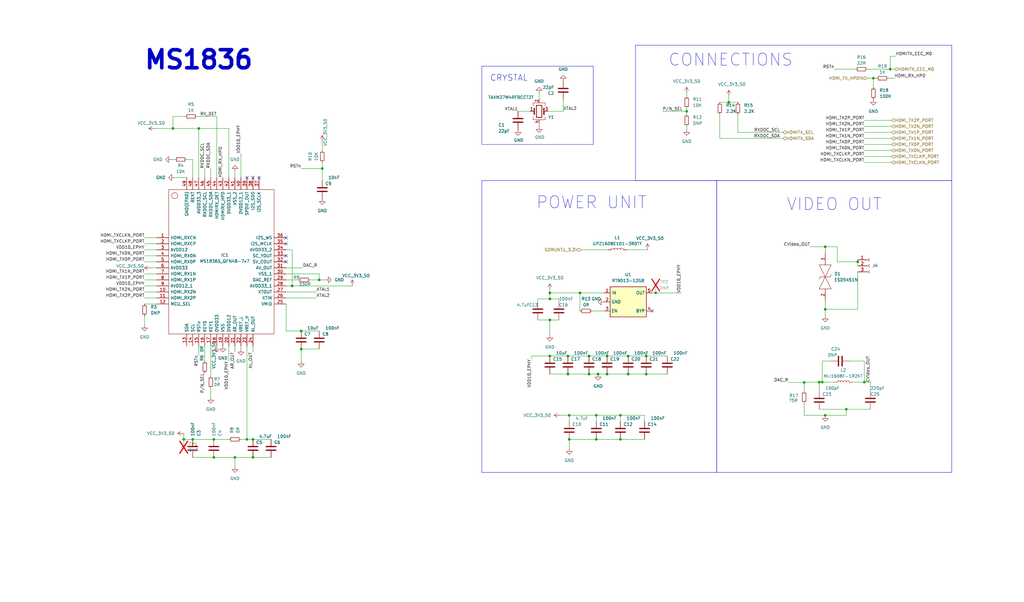
<source format=kicad_sch>
(kicad_sch (version 20231120) (generator "eeschema") (generator_version "8.0")
  (paper "User" 431.8 254)
  (junction (at 356.87 172.72))
  (junction (at 240.03 175.26))
  (junction (at 127 147.32))
  (junction (at 272.5074 157.8837))
  (junction (at 239.4874 150.2637))
  (junction (at 289.56 46.99))
  (junction (at 375.4013 29.21))
  (junction (at 134.62 118.11))
  (junction (at 276.4961 123.5937))
  (junction (at 83.82 54.2063))
  (junction (at 364.49 161.29))
  (junction (at 264.8874 157.8837))
  (junction (at 261.62 175.26))
  (junction (at 339.09 161.4051))
  (junction (at 255.9974 150.2637))
  (junction (at 135.89 71.12))
  (junction (at 248.3774 157.8837))
  (junction (at 272.5074 150.2637))
  (junction (at 251.46 175.26))
  (junction (at 261.62 185.42))
  (junction (at 81.28 185.42))
  (junction (at 251.46 185.42))
  (junction (at 248.3774 150.2637))
  (junction (at 347.98 130.5366))
  (junction (at 361.6962 110.49))
  (junction (at 255.9974 157.8837))
  (junction (at 104.14 185.42))
  (junction (at 240.03 185.42))
  (junction (at 231.8674 126.1337))
  (junction (at 106.68 193.04))
  (junction (at 239.4874 157.8837))
  (junction (at 90.17 193.04))
  (junction (at 231.8674 123.5937))
  (junction (at 347.98 175.26))
  (junction (at 347.98 104.14))
  (junction (at 346.71 161.29))
  (junction (at 99.06 193.04))
  (junction (at 123.19 120.65))
  (junction (at 368.3 33.02))
  (junction (at 231.8674 150.2637))
  (junction (at 77.47 185.42))
  (junction (at 345.44 161.29))
  (junction (at 72.9326 54.2063))
  (junction (at 307.34 43.18))
  (junction (at 231.8674 135.0237))
  (junction (at 244.5674 123.5937))
  (junction (at 106.68 185.42))
  (junction (at 127 139.7))
  (junction (at 90.17 185.42))
  (junction (at 252.1874 157.8837))
  (junction (at 264.8874 150.2637))
  (no_connect (at 120.65 102.87))
  (no_connect (at 109.22 74.93))
  (no_connect (at 275.0474 131.2137))
  (no_connect (at 120.65 100.33))
  (no_connect (at 120.65 110.49))
  (no_connect (at 120.65 107.95))
  (no_connect (at 106.68 74.93))
  (no_connect (at 104.14 74.93))
  (wire (pts (xy 239.4874 157.8837) (xy 248.3774 157.8837)))
  (wire (pts (xy 60.96 123.19) (xy 66.04 123.19)))
  (wire (pts (xy 251.46 185.42) (xy 240.03 185.42)))
  (wire (pts (xy 364.49 63.5) (xy 375.92 63.5)))
  (wire (pts (xy 261.62 175.26) (xy 251.46 175.26)))
  (wire (pts (xy 375.4013 29.21) (xy 377.19 29.21)))
  (wire (pts (xy 239.4874 150.2637) (xy 248.3774 150.2637)))
  (wire (pts (xy 339.09 175.26) (xy 339.09 170.18)))
  (wire (pts (xy 133.35 125.73) (xy 120.65 125.73)))
  (wire (pts (xy 244.5674 123.5937) (xy 244.5674 131.2137)))
  (wire (pts (xy 271.78 177.8) (xy 271.78 175.26)))
  (wire (pts (xy 148.59 120.65) (xy 123.19 120.65)))
  (wire (pts (xy 72.39 67.31) (xy 73.66 67.31)))
  (wire (pts (xy 249.6474 131.2137) (xy 254.7274 131.2137)))
  (wire (pts (xy 289.56 46.99) (xy 289.56 45.72)))
  (wire (pts (xy 137.16 118.11) (xy 134.62 118.11)))
  (wire (pts (xy 130.81 118.11) (xy 134.62 118.11)))
  (wire (pts (xy 106.68 185.42) (xy 104.14 185.42)))
  (wire (pts (xy 226.7874 135.0237) (xy 231.8674 135.0237)))
  (wire (pts (xy 72.9326 49.1263) (xy 72.9326 54.2063)))
  (wire (pts (xy 231.14 46.99) (xy 237.49 46.99)))
  (wire (pts (xy 279.4 46.99) (xy 289.56 46.99)))
  (wire (pts (xy 86.36 152.4) (xy 86.36 146.05)))
  (wire (pts (xy 279.4 123.5971) (xy 279.4 123.5937)))
  (wire (pts (xy 261.62 185.42) (xy 251.46 185.42)))
  (wire (pts (xy 367.03 161.29) (xy 367.03 165.1)))
  (wire (pts (xy 120.65 105.41) (xy 123.19 105.41)))
  (wire (pts (xy 81.28 185.42) (xy 77.47 185.42)))
  (wire (pts (xy 99.06 72.39) (xy 99.06 74.93)))
  (wire (pts (xy 341.63 104.14) (xy 347.98 104.14)))
  (wire (pts (xy 60.96 118.11) (xy 66.04 118.11)))
  (wire (pts (xy 339.09 165.1) (xy 339.09 161.4051)))
  (wire (pts (xy 104.14 185.42) (xy 101.6 185.42)))
  (wire (pts (xy 361.6962 110.49) (xy 361.6962 112.1836)))
  (wire (pts (xy 307.34 43.18) (xy 311.15 43.18)))
  (wire (pts (xy 346.71 152.4) (xy 346.71 161.29)))
  (wire (pts (xy 272.5074 150.2637) (xy 281.3974 150.2637)))
  (wire (pts (xy 127 147.32) (xy 134.62 147.32)))
  (wire (pts (xy 90.17 193.04) (xy 99.06 193.04)))
  (wire (pts (xy 90.17 185.42) (xy 81.28 185.42)))
  (wire (pts (xy 347.98 175.26) (xy 356.87 175.26)))
  (wire (pts (xy 127 152.4) (xy 127 147.32)))
  (wire (pts (xy 226.7874 126.1337) (xy 231.8674 126.1337)))
  (wire (pts (xy 123.19 120.65) (xy 120.65 120.65)))
  (wire (pts (xy 251.46 175.26) (xy 240.03 175.26)))
  (wire (pts (xy 60.96 100.33) (xy 66.04 100.33)))
  (wire (pts (xy 81.28 67.31) (xy 78.74 67.31)))
  (wire (pts (xy 364.49 55.88) (xy 375.92 55.88)))
  (wire (pts (xy 353.06 110.49) (xy 353.06 104.14)))
  (wire (pts (xy 72.9326 54.2063) (xy 83.82 54.2063)))
  (wire (pts (xy 231.8674 126.1337) (xy 235.6774 126.1337)))
  (wire (pts (xy 307.34 40.64) (xy 307.34 43.18)))
  (wire (pts (xy 251.46 177.8) (xy 251.46 175.26)))
  (wire (pts (xy 364.49 68.58) (xy 375.92 68.58)))
  (wire (pts (xy 377.7326 23.7263) (xy 375.4013 23.7263)))
  (wire (pts (xy 60.96 128.27) (xy 66.04 128.27)))
  (wire (pts (xy 60.96 105.41) (xy 66.04 105.41)))
  (wire (pts (xy 235.6774 126.1337) (xy 235.6774 127.4037)))
  (wire (pts (xy 60.96 125.73) (xy 66.04 125.73)))
  (wire (pts (xy 237.49 41.91) (xy 237.49 46.99)))
  (wire (pts (xy 361.6962 114.7236) (xy 361.6962 130.5366)))
  (wire (pts (xy 134.62 115.57) (xy 134.62 118.11)))
  (wire (pts (xy 135.89 76.2) (xy 135.89 71.12)))
  (wire (pts (xy 359.41 161.29) (xy 364.49 161.29)))
  (wire (pts (xy 255.9974 150.2637) (xy 264.8874 150.2637)))
  (wire (pts (xy 106.68 193.04) (xy 114.3 193.04)))
  (wire (pts (xy 60.96 120.65) (xy 66.04 120.65)))
  (wire (pts (xy 86.36 71.12) (xy 86.36 74.93)))
  (wire (pts (xy 244.5674 123.5937) (xy 254.7274 123.5937)))
  (wire (pts (xy 346.71 161.29) (xy 345.44 161.29)))
  (wire (pts (xy 88.9 71.12) (xy 88.9 74.93)))
  (wire (pts (xy 123.19 105.41) (xy 123.19 120.65)))
  (wire (pts (xy 231.8674 157.8837) (xy 239.4874 157.8837)))
  (wire (pts (xy 364.49 152.4) (xy 358.14 152.4)))
  (wire (pts (xy 347.98 127) (xy 347.98 130.5366)))
  (wire (pts (xy 227.33 39.37) (xy 227.33 41.91)))
  (wire (pts (xy 88.9 163.83) (xy 88.9 167.64)))
  (wire (pts (xy 248.3774 157.8837) (xy 252.1874 157.8837)))
  (wire (pts (xy 133.35 123.19) (xy 120.65 123.19)))
  (wire (pts (xy 101.6 64.77) (xy 101.6 74.93)))
  (wire (pts (xy 361.6962 109.6436) (xy 361.6962 110.49)))
  (wire (pts (xy 72.9326 49.1263) (xy 78.0126 49.1263)))
  (wire (pts (xy 264.8874 150.2637) (xy 272.5074 150.2637)))
  (wire (pts (xy 368.3 33.02) (xy 369.57 33.02)))
  (wire (pts (xy 224.2474 151.5337) (xy 224.2474 150.2637)))
  (wire (pts (xy 231.8674 122.3237) (xy 231.8674 123.5937)))
  (wire (pts (xy 356.87 172.72) (xy 356.87 175.26)))
  (wire (pts (xy 226.7874 127.4037) (xy 226.7874 126.1337)))
  (wire (pts (xy 88.9 158.75) (xy 88.9 146.05)))
  (wire (pts (xy 99.06 193.04) (xy 106.68 193.04)))
  (wire (pts (xy 125.73 118.11) (xy 120.65 118.11)))
  (wire (pts (xy 99.06 148.59) (xy 99.06 146.05)))
  (wire (pts (xy 231.8674 123.5937) (xy 244.5674 123.5937)))
  (wire (pts (xy 83.0926 49.1263) (xy 91.44 49.1263)))
  (wire (pts (xy 72.9326 54.2063) (xy 65.3126 54.2063)))
  (wire (pts (xy 236.22 175.26) (xy 240.03 175.26)))
  (wire (pts (xy 364.49 58.42) (xy 375.92 58.42)))
  (wire (pts (xy 353.06 110.49) (xy 361.6962 110.49)))
  (wire (pts (xy 364.49 161.29) (xy 367.03 161.29)))
  (wire (pts (xy 60.96 102.87) (xy 66.04 102.87)))
  (wire (pts (xy 365.76 33.02) (xy 368.3 33.02)))
  (wire (pts (xy 104.14 146.05) (xy 104.14 185.42)))
  (wire (pts (xy 279.4 123.5937) (xy 276.4961 123.5937)))
  (wire (pts (xy 272.5074 157.8837) (xy 281.3974 157.8837)))
  (wire (pts (xy 347.98 130.5366) (xy 347.98 133.35)))
  (wire (pts (xy 303.53 43.18) (xy 307.34 43.18)))
  (wire (pts (xy 127.7092 113.0388) (xy 126.5266 113.0388)))
  (wire (pts (xy 240.03 175.26) (xy 240.03 177.8)))
  (wire (pts (xy 345.44 172.72) (xy 356.87 172.72)))
  (wire (pts (xy 134.62 139.7) (xy 127 139.7)))
  (wire (pts (xy 351.79 161.29) (xy 346.71 161.29)))
  (wire (pts (xy 81.28 67.31) (xy 81.28 74.93)))
  (wire (pts (xy 347.98 104.14) (xy 347.98 106.68)))
  (wire (pts (xy 248.3774 150.2637) (xy 255.9974 150.2637)))
  (wire (pts (xy 60.96 107.95) (xy 66.04 107.95)))
  (wire (pts (xy 60.96 137.16) (xy 60.96 133.35)))
  (wire (pts (xy 303.53 58.42) (xy 330.2 58.42)))
  (wire (pts (xy 245.11 105.41) (xy 256.54 105.41)))
  (wire (pts (xy 96.52 54.2063) (xy 96.52 74.93)))
  (wire (pts (xy 264.8874 157.8837) (xy 272.5074 157.8837)))
  (wire (pts (xy 353.06 104.14) (xy 347.98 104.14)))
  (wire (pts (xy 368.3 36.83) (xy 368.3 33.02)))
  (wire (pts (xy 106.68 148.59) (xy 106.68 146.05)))
  (wire (pts (xy 289.56 54.61) (xy 289.56 53.34)))
  (wire (pts (xy 73.66 74.93) (xy 78.74 74.93)))
  (wire (pts (xy 365.76 29.21) (xy 375.4013 29.21)))
  (wire (pts (xy 83.82 54.2063) (xy 83.82 74.93)))
  (wire (pts (xy 261.62 177.8) (xy 261.62 175.26)))
  (wire (pts (xy 218.44 46.99) (xy 223.52 46.99)))
  (wire (pts (xy 126.5266 113.0388) (xy 126.5266 113.03)))
  (wire (pts (xy 126.5266 113.03) (xy 120.65 113.03)))
  (wire (pts (xy 311.15 55.88) (xy 330.2 55.88)))
  (wire (pts (xy 303.53 48.26) (xy 303.53 58.42)))
  (wire (pts (xy 339.09 161.29) (xy 345.44 161.29)))
  (wire (pts (xy 227.33 53.34) (xy 227.33 52.07)))
  (wire (pts (xy 364.49 152.4) (xy 364.49 161.29)))
  (wire (pts (xy 271.78 175.26) (xy 261.62 175.26)))
  (wire (pts (xy 96.52 185.42) (xy 90.17 185.42)))
  (wire (pts (xy 364.49 53.34) (xy 375.92 53.34)))
  (wire (pts (xy 77.47 185.42) (xy 77.47 182.88)))
  (wire (pts (xy 346.71 152.4) (xy 350.52 152.4)))
  (wire (pts (xy 364.49 60.96) (xy 375.92 60.96)))
  (wire (pts (xy 364.49 66.04) (xy 375.92 66.04)))
  (wire (pts (xy 135.89 71.12) (xy 135.89 68.58)))
  (wire (pts (xy 276.4961 123.5937) (xy 275.0474 123.5937)))
  (wire (pts (xy 120.65 115.57) (xy 134.62 115.57)))
  (wire (pts (xy 347.98 130.5366) (xy 361.6962 130.5366)))
  (wire (pts (xy 311.15 48.26) (xy 311.15 55.88)))
  (wire (pts (xy 339.09 161.4051) (xy 339.09 161.29)))
  (wire (pts (xy 289.56 40.64) (xy 289.56 39.37)))
  (wire (pts (xy 101.6 147.32) (xy 101.6 146.05)))
  (wire (pts (xy 127 71.12) (xy 135.89 71.12)))
  (wire (pts (xy 91.44 49.1263) (xy 91.44 74.93)))
  (wire (pts (xy 81.28 193.04) (xy 90.17 193.04)))
  (wire (pts (xy 99.06 196.85) (xy 99.06 193.04)))
  (wire (pts (xy 231.8674 135.0237) (xy 235.6774 135.0237)))
  (wire (pts (xy 127 139.7) (xy 120.65 139.7)))
  (wire (pts (xy 120.65 139.7) (xy 120.65 128.27)))
  (wire (pts (xy 83.82 54.2063) (xy 96.52 54.2063)))
  (wire (pts (xy 252.1874 157.8837) (xy 255.9974 157.8837)))
  (wire (pts (xy 114.3 185.42) (xy 106.68 185.42)))
  (wire (pts (xy 264.16 105.41) (xy 273.05 105.41)))
  (wire (pts (xy 345.44 161.29) (xy 345.44 165.1)))
  (wire (pts (xy 60.96 110.49) (xy 66.04 110.49)))
  (wire (pts (xy 271.78 185.42) (xy 261.62 185.42)))
  (wire (pts (xy 231.8674 123.5937) (xy 231.8674 126.1337)))
  (wire (pts (xy 374.65 33.02) (xy 377.19 33.02)))
  (wire (pts (xy 83.82 149.86) (xy 83.82 146.05)))
  (wire (pts (xy 255.9974 157.8837) (xy 264.8874 157.8837)))
  (wire (pts (xy 364.49 50.8) (xy 375.92 50.8)))
  (wire (pts (xy 60.96 115.57) (xy 66.04 115.57)))
  (wire (pts (xy 289.56 48.26) (xy 289.56 46.99)))
  (wire (pts (xy 135.89 63.5) (xy 135.89 59.69)))
  (wire (pts (xy 63.5 113.03) (xy 66.04 113.03)))
  (wire (pts (xy 231.8674 135.0237) (xy 231.8674 141.3737)))
  (wire (pts (xy 96.52 152.4) (xy 96.52 146.05)))
  (wire (pts (xy 356.87 172.72) (xy 367.03 172.72)))
  (wire (pts (xy 375.4013 23.7263) (xy 375.4013 29.21)))
  (wire (pts (xy 339.09 175.26) (xy 347.98 175.26)))
  (wire (pts (xy 351.79 29.21) (xy 360.68 29.21)))
  (wire (pts (xy 240.03 185.42) (xy 240.03 189.23)))
  (wire (pts (xy 339.09 161.4051) (xy 332.4248 161.4051)))
  (wire (pts (xy 287.3017 123.5971) (xy 279.4 123.5971)))
  (wire (pts (xy 231.8674 150.2637) (xy 239.4874 150.2637)))
  (wire (pts (xy 224.2474 150.2637) (xy 231.8674 150.2637)))
  (rectangle (start 203.2 76.2) (end 302.26 199.39))
  (rectangle (start 203.2 27.94) (end 250.19 60.96))
  (rectangle (start 267.97 19.05) (end 401.32 76.2))
  (rectangle (start 302.26 76.2) (end 401.32 199.39))
  (text "MS1836" (at 83.82 25.4 0) (effects (font (size 7.62 7.62) (thickness 1.524) (bold yes))))
  (text "VIDEO OUT" (at 351.79 86.36 0) (effects (font (size 5.08 5.08))))
  (text "CONNECTIONS" (at 308.102 25.4 0) (effects (font (size 5.08 5.08))))
  (text "CRYSTAL" (at 214.63 33.02 0) (effects (font (size 2.54 2.54))))
  (text "POWER UNIT" (at 249.428 85.598 0) (effects (font (size 5.08 5.08))))
  (label "CVideo_OUT" (at 367.03 161.29 90))
  (label "P{slash}N_SEL" (at 86.36 157.48 270))
  (label "XTAL1" (at 218.44 46.99 180))
  (label "HDMI_TXCLKP_PORT" (at 364.49 66.04 180))
  (label "HDMI_TXCLKP_PORT" (at 60.96 102.87 180))
  (label "HDMI_TX1P_PORT" (at 60.96 118.11 180))
  (label "RSTn" (at 83.82 149.86 270))
  (label "DAC_R" (at 127.7092 113.0388 0))
  (label "P{slash}N_SEL" (at 279.4 46.99 0))
  (label "RXDDC_SCL" (at 328.93 55.88 180))
  (label "HDMI_TX1P_PORT" (at 364.49 55.88 180))
  (label "VDD10_EPHY" (at 96.52 152.4 270))
  (label "AL_OUT" (at 106.68 148.59 270))
  (label "RSTn" (at 351.79 29.21 180))
  (label "HDMI_TX0P_PORT" (at 60.96 110.49 180))
  (label "HDMITX_CEC_M0" (at 377.7326 23.7263 0))
  (label "VDD10_EPHY" (at 60.96 120.65 180))
  (label "HDMI_TX2N_PORT" (at 364.49 53.34 180))
  (label "VDD10_EPHY" (at 287.3017 123.5971 90))
  (label "CVideo_OUT" (at 341.63 104.14 180))
  (label "HDMI_TX1N_PORT" (at 60.96 115.57 180))
  (label "HDMI_TX1N_PORT" (at 364.49 58.42 180))
  (label "HDMI_TX0N_PORT" (at 60.96 107.95 180))
  (label "HDMI_TX0N_PORT" (at 364.49 63.5 180))
  (label "VDD10_EPHY" (at 224.2474 151.5337 270))
  (label "HDMI_TX2N_PORT" (at 60.96 123.19 180))
  (label "RXDDC_SDA" (at 328.93 58.42 180))
  (label "HDMI_TXCLKN_PORT" (at 60.96 100.33 180))
  (label "RSTn" (at 127 71.12 180))
  (label "RXDDC_SDA" (at 88.9 71.12 90))
  (label "VDD10_EPHY" (at 101.6 64.77 90))
  (label "XTAL2" (at 133.35 125.73 0))
  (label "XTAL1" (at 133.35 123.19 0))
  (label "XTAL2" (at 237.49 46.8363 0))
  (label "HDMI_RX_HPD" (at 377.19 33.02 0))
  (label "DAC_R" (at 332.4248 161.4051 180))
  (label "RX_DET" (at 84.3626 49.1263 0))
  (label "HDMI_RX_HPD" (at 93.98 74.93 90))
  (label "HDMI_TX2P_PORT" (at 60.96 125.73 180))
  (label "AR_OUT" (at 99.06 148.59 270))
  (label "HDMI_TX2P_PORT" (at 364.49 50.8 180))
  (label "HDMI_TXCLKN_PORT" (at 364.49 68.58 180))
  (label "VDD10_EPHY" (at 60.96 105.41 180))
  (label "HDMI_TX0P_PORT" (at 364.49 60.96 180))
  (label "RXDDC_SCL" (at 86.36 71.12 90))
  (hierarchical_label "HDMI_TX0P_PORT" (shape input) (at 375.92 60.96 0))
  (hierarchical_label "HDMITX_CEC_M0" (shape input) (at 377.19 29.21 0))
  (hierarchical_label "HDMI_TX1P_PORT" (shape input) (at 375.92 55.88 0))
  (hierarchical_label "GORUNTU_3.3V" (shape input) (at 245.11 105.41 180))
  (hierarchical_label "HDMI_TXCLKN_PORT" (shape input) (at 375.92 68.58 0))
  (hierarchical_label "HDMITX_SDA" (shape input) (at 330.2 58.42 0))
  (hierarchical_label "HDMI_TX2P_PORT" (shape input) (at 375.92 50.8 0))
  (hierarchical_label "HDMI_TX_HPDIN" (shape input) (at 365.76 33.02 180))
  (hierarchical_label "HDMI_TX1N_PORT" (shape input) (at 375.92 58.42 0))
  (hierarchical_label "HDMI_TX0N_PORT" (shape input) (at 375.92 63.5 0))
  (hierarchical_label "HDMITX_SCL" (shape input) (at 330.2 55.88 0))
  (hierarchical_label "HDMI_TXCLKP_PORT" (shape input) (at 375.92 66.04 0))
  (hierarchical_label "HDMI_TX2N_PORT" (shape input) (at 375.92 53.34 0))
  (symbol (lib_id "power:GND") (at 368.3 41.91 0) (unit 1)
    (property "Reference" "#PWR035" (effects (hide yes)))
    (property "Value" "GND" (at 368.3 46.99 0))
    (property "Description" "Power symbol creates a global label with name \"GND\" , ground" (effects (hide yes)))
    (instances (project "Movita_3566_HXV_Router_V4.0" (path "" (reference "#PWR035") (unit 1))) (project "HDMI_CVBS" (path "" (reference "#PWR087") (unit 1))) (project "HDMI_CVBS" (path "" (reference "#PWR08") (unit 1))))
  )
  (symbol (lib_id "Device:R_Small") (at 368.3 39.37 0) (unit 1)
    (property "Reference" "R18" (at 370.84 38.1 0) (effects (justify left)))
    (property "Value" "100K" (at 370.84 40.64 0) (effects (justify left)))
    (property "Footprint" "Resistor_SMD:R_0603_1608Metric" (effects (hide yes)))
    (property "Description" "Resistor, small symbol" (effects (hide yes)))
    (property "MPN" "0603WAF1003T5E" (effects (hide yes)))
    (instances (project "Movita_3566_HXV_Router_V4.0" (path "" (reference "R18") (unit 1))) (project "HDMI_CVBS" (path "" (reference "R50") (unit 1))) (project "HDMI_CVBS" (path "" (reference "R7") (unit 1))))
  )
  (symbol (lib_id "Device:R_Small") (at 372.11 33.02 270) (unit 1)
    (property "Reference" "R19" (at 372.11 27.94 90))
    (property "Value" "1K" (at 372.11 30.48 90))
    (property "Footprint" "Resistor_SMD:R_0603_1608Metric" (effects (hide yes)))
    (property "Description" "Resistor, small symbol" (effects (hide yes)))
    (property "MPN" "0603WAF1001T5E" (effects (hide yes)))
    (instances (project "Movita_3566_HXV_Router_V4.0" (path "" (reference "R19") (unit 1))) (project "HDMI_CVBS" (path "" (reference "R51") (unit 1))) (project "HDMI_CVBS" (path "" (reference "R6") (unit 1))))
  )
  (symbol (lib_id "Device:C") (at 235.6774 131.2137 0) (unit 1)
    (property "Reference" "C16" (at 235.6774 128.6737 0) (effects (justify left)))
    (property "Value" "100nF" (at 235.6774 126.1337 0) (effects (justify left)))
    (property "Footprint" "Capacitor_SMD:C_0603_1608Metric" (effects (hide yes)))
    (property "Description" "Unpolarized capacitor" (effects (hide yes)))
    (property "MPN" "0603B104K500NT" (effects (hide yes)))
    (instances (project "Movita_3566_HXV_Router_V4.0" (path "" (reference "C16") (unit 1))) (project "HDMI_CVBS" (path "" (reference "C73") (unit 1))) (project "HDMI_CVBS" (path "" (reference "C4") (unit 1))))
  )
  (symbol (lib_id "power:GND") (at 347.98 175.26 0) (unit 1)
    (property "Reference" "#PWR037" (effects (hide yes)))
    (property "Value" "GND" (at 347.98 180.34 0))
    (property "Description" "Power symbol creates a global label with name \"GND\" , ground" (effects (hide yes)))
    (instances (project "Movita_3566_HXV_Router_V4.0" (path "" (reference "#PWR037") (unit 1))) (project "HDMI_CVBS" (path "" (reference "#PWR089") (unit 1))) (project "HDMI_CVBS" (path "" (reference "#PWR015") (unit 1))))
  )
  (symbol (lib_id "Device:C") (at 226.7874 131.2137 0) (unit 1)
    (property "Reference" "C13" (at 222.9774 128.6737 0) (effects (justify left)))
    (property "Value" "4.7uF" (at 217.8974 128.6737 0) (effects (justify left)))
    (property "Footprint" "Capacitor_SMD:C_0603_1608Metric" (effects (hide yes)))
    (property "Description" "Unpolarized capacitor" (effects (hide yes)))
    (property "MPN" "CL10A475KO8NNNC" (effects (hide yes)))
    (instances (project "Movita_3566_HXV_Router_V4.0" (path "" (reference "C13") (unit 1))) (project "HDMI_CVBS" (path "" (reference "C71") (unit 1))) (project "HDMI_CVBS" (path "" (reference "C3") (unit 1))))
  )
  (symbol (lib_id "power:GND") (at 137.16 118.11 90) (unit 1)
    (property "Reference" "#PWR024" (effects (hide yes)))
    (property "Value" "GND" (at 140.97 118.11 90) (effects (justify right)))
    (property "Description" "Power symbol creates a global label with name \"GND\" , ground" (effects (hide yes)))
    (instances (project "Movita_3566_HXV_Router_V4.0" (path "" (reference "#PWR024") (unit 1))) (project "HDMI_CVBS" (path "" (reference "#PWR075") (unit 1))) (project "HDMI_CVBS" (path "" (reference "#PWR027") (unit 1))))
  )
  (symbol (lib_id "power:GND") (at 72.39 67.31 270) (unit 1)
    (property "Reference" "#PWR012" (effects (hide yes)))
    (property "Value" "GND" (at 68.58 67.31 90) (effects (justify right)))
    (property "Description" "Power symbol creates a global label with name \"GND\" , ground" (effects (hide yes)))
    (instances (project "Movita_3566_HXV_Router_V4.0" (path "" (reference "#PWR012") (unit 1))) (project "HDMI_CVBS" (path "" (reference "#PWR064") (unit 1))) (project "HDMI_CVBS" (path "" (reference "#PWR032") (unit 1))))
  )
  (symbol (lib_id "Connector:Conn_01x03_Socket") (at 366.7762 112.1836 0) (unit 1)
    (property "Reference" "J4" (at 367.8266 112.1183 0) (effects (justify left)))
    (property "Value" "DNP" (effects (hide yes)))
    (property "Footprint" "Footprint Library:AV_CON" (effects (hide yes)))
    (property "Description" "Generic connector, single row, 01x03, script generated" (effects (hide yes)))
    (property "MPN" "莲花座AV1-8.4-5A 黑色" (effects (hide yes)))
  )
  (symbol (lib_id "power:GND") (at 227.33 39.37 180) (unit 1)
    (property "Reference" "#PWR05" (effects (hide yes)))
    (property "Value" "GND" (at 227.33 34.29 0))
    (property "Description" "Power symbol creates a global label with name \"GND\" , ground" (effects (hide yes)))
    (instances (project "Movita_3566_HXV_Router_V4.0" (path "" (reference "#PWR05") (unit 1))) (project "HDMI_CVBS" (path "" (reference "#PWR058") (unit 1))) (project "HDMI_CVBS" (path "" (reference "#PWR02") (unit 1))))
  )
  (symbol (lib_id "Device:R_Small") (at 80.5526 49.1263 90) (unit 1)
    (property "Reference" "R5" (at 80.5526 44.0463 90))
    (property "Value" "1K" (at 80.5526 46.5863 90))
    (property "Footprint" "Resistor_SMD:R_0603_1608Metric" (effects (hide yes)))
    (property "Description" "Resistor, small symbol" (effects (hide yes)))
    (property "MPN" "0603WAF1001T5E" (effects (hide yes)))
    (instances (project "Movita_3566_HXV_Router_V4.0" (path "" (reference "R5") (unit 1))) (project "HDMI_CVBS" (path "" (reference "R38") (unit 1))) (project "HDMI_CVBS" (path "" (reference "R17") (unit 1))))
  )
  (symbol (lib_id "power:GND") (at 135.89 83.82 0) (unit 1)
    (property "Reference" "#PWR023" (effects (hide yes)))
    (property "Value" "GND" (at 135.89 88.9 0))
    (property "Description" "Power symbol creates a global label with name \"GND\" , ground" (effects (hide yes)))
    (instances (project "Movita_3566_HXV_Router_V4.0" (path "" (reference "#PWR023") (unit 1))) (project "HDMI_CVBS" (path "" (reference "#PWR077") (unit 1))) (project "HDMI_CVBS" (path "" (reference "#PWR029") (unit 1))))
  )
  (symbol (lib_id "Device:R_Small") (at 311.15 45.72 180) (unit 1)
    (property "Reference" "R15" (at 313.69 44.45 0) (effects (justify right)))
    (property "Value" "2.2K" (at 313.69 46.99 0) (effects (justify right)))
    (property "Footprint" "Resistor_SMD:R_0603_1608Metric" (effects (hide yes)))
    (property "Description" "Resistor, small symbol" (effects (hide yes)))
    (property "MPN" "0603WAF2201T5E" (effects (hide yes)))
    (instances (project "Movita_3566_HXV_Router_V4.0" (path "" (reference "R15") (unit 1))) (project "HDMI_CVBS" (path "" (reference "R47") (unit 1))) (project "HDMI_CVBS" (path "" (reference "R1") (unit 1))))
  )
  (symbol (lib_id "Device:R_Small") (at 60.96 130.81 180) (unit 1)
    (property "Reference" "R3" (at 63.5 129.54 0) (effects (justify right)))
    (property "Value" "DNP" (at 63.5 132.08 0) (effects (justify right)))
    (property "Footprint" "Resistor_SMD:R_0402_1005Metric" (effects (hide yes)))
    (property "Description" "Resistor, small symbol" (effects (hide yes)))
    (instances (project "Movita_3566_HXV_Router_V4.0" (path "" (reference "R3") (unit 1))) (project "HDMI_CVBS" (path "" (reference "R35") (unit 1))) (project "HDMI_CVBS" (path "" (reference "R10") (unit 1))))
  )
  (symbol (lib_id "power:VCC") (at 65.3126 54.2063 90) (unit 1)
    (property "Reference" "#PWR010" (effects (hide yes)))
    (property "Value" "VCC_3V3_S0" (at 69.6306 51.9203 90) (effects (justify left)))
    (property "Description" "Power symbol creates a global label with name \"VCC\"" (effects (hide yes)))
    (instances (project "Movita_3566_HXV_Router_V4.0" (path "" (reference "#PWR010") (unit 1))) (project "HDMI_CVBS" (path "" (reference "#PWR066") (unit 1))) (project "HDMI_CVBS" (path "" (reference "#PWR031") (unit 1))))
  )
  (symbol (lib_id "power:VCC") (at 231.8674 122.3237 0) (unit 1)
    (property "Reference" "#PWR027" (effects (hide yes)))
    (property "Value" "VCC_3V3_S0" (at 231.8674 117.2437 0))
    (property "Description" "Power symbol creates a global label with name \"VCC\"" (effects (hide yes)))
    (instances (project "Movita_3566_HXV_Router_V4.0" (path "" (reference "#PWR027") (unit 1))) (project "HDMI_CVBS" (path "" (reference "#PWR078") (unit 1))) (project "HDMI_CVBS" (path "" (reference "#PWR011") (unit 1))))
  )
  (symbol (lib_id "power:VCC") (at 91.44 146.05 180) (unit 1)
    (property "Reference" "#PWR016" (effects (hide yes)))
    (property "Value" "VCC_3V3_S0" (at 90.17 149.86 90))
    (property "Description" "Power symbol creates a global label with name \"VCC\"" (effects (hide yes)))
    (instances (project "Movita_3566_HXV_Router_V4.0" (path "" (reference "#PWR016") (unit 1))) (project "HDMI_CVBS" (path "" (reference "#PWR069") (unit 1))) (project "HDMI_CVBS" (path "" (reference "#PWR020") (unit 1))))
  )
  (symbol (lib_id "power:VCC") (at 273.05 105.41 0) (unit 1)
    (property "Reference" "#PWR034" (effects (hide yes)))
    (property "Value" "VCC_3V3_S0" (at 268.224 100.584 0) (effects (justify left)))
    (property "Description" "Power symbol creates a global label with name \"VCC\"" (effects (hide yes)))
    (instances (project "Movita_3566_HXV_Router_V4.0" (path "" (reference "#PWR034") (unit 1))) (project "HDMI_CVBS" (path "" (reference "#PWR085") (unit 1))) (project "HDMI_CVBS" (path "" (reference "#PWR09") (unit 1))))
  )
  (symbol (lib_id "Device:C") (at 218.44 50.8 0) (unit 1)
    (property "Reference" "C1" (at 210.129 52.7734 0) (effects (justify left)))
    (property "Value" "22pF" (at 210.129 55.3134 0) (effects (justify left)))
    (property "Footprint" "Capacitor_SMD:C_0603_1608Metric" (effects (hide yes)))
    (property "Description" "Unpolarized capacitor" (effects (hide yes)))
    (property "MPN" "CL10C220JB8NNNC" (effects (hide yes)))
    (instances (project "Movita_3566_HXV_Router_V4.0" (path "" (reference "C1") (unit 1))) (project "HDMI_CVBS" (path "" (reference "C62") (unit 1))) (project "HDMI_CVBS" (path "" (reference "C1") (unit 1))))
  )
  (symbol (lib_id "Device:C") (at 248.3774 154.0737 0) (unit 1)
    (property "Reference" "C18" (at 249.6474 151.5337 0) (effects (justify left)))
    (property "Value" "100nF" (at 250.9174 148.9937 0) (effects (justify left)))
    (property "Footprint" "Capacitor_SMD:C_0603_1608Metric" (effects (hide yes)))
    (property "Description" "Unpolarized capacitor" (effects (hide yes)))
    (property "MPN" "0603B104K500NT" (effects (hide yes)))
    (instances (project "Movita_3566_HXV_Router_V4.0" (path "" (reference "C18") (unit 1))) (project "HDMI_CVBS" (path "" (reference "C75") (unit 1))) (project "HDMI_CVBS" (path "" (reference "C7") (unit 1))))
  )
  (symbol (lib_id "Device:C") (at 240.03 181.61 0) (unit 1)
    (property "Reference" "C10" (at 241.3 179.07 0) (effects (justify left)))
    (property "Value" "4.7uF" (at 242.57 176.53 0) (effects (justify left)))
    (property "Footprint" "Capacitor_SMD:C_0603_1608Metric" (effects (hide yes)))
    (property "Description" "Unpolarized capacitor" (effects (hide yes)))
    (property "MPN" "CL10A475KO8NNNC" (effects (hide yes)))
    (instances (project "Movita_3566_HXV_Router_V4.0" (path "" (reference "C10") (unit 1))) (project "HDMI_CVBS" (path "" (reference "C66") (unit 1))) (project "HDMI_CVBS" (path "" (reference "C18") (unit 1))))
  )
  (symbol (lib_id "power:GND") (at 101.6 147.32 0) (unit 1)
    (property "Reference" "#PWR019" (effects (hide yes)))
    (property "Value" "GND" (at 101.6 152.4 0))
    (property "Description" "Power symbol creates a global label with name \"GND\" , ground" (effects (hide yes)))
    (instances (project "Movita_3566_HXV_Router_V4.0" (path "" (reference "#PWR019") (unit 1))) (project "HDMI_CVBS" (path "" (reference "#PWR072") (unit 1))) (project "HDMI_CVBS" (path "" (reference "#PWR022") (unit 1))))
  )
  (symbol (lib_id "power:VCC") (at 63.5 113.03 90) (unit 1)
    (property "Reference" "#PWR09" (effects (hide yes)))
    (property "Value" "VCC_3V3_S0" (at 60.706 112.268 90) (effects (justify left)))
    (property "Description" "Power symbol creates a global label with name \"VCC\"" (effects (hide yes)))
    (instances (project "Movita_3566_HXV_Router_V4.0" (path "" (reference "#PWR09") (unit 1))) (project "HDMI_CVBS" (path "" (reference "#PWR062") (unit 1))) (project "HDMI_CVBS" (path "" (reference "#PWR017") (unit 1))))
  )
  (symbol (lib_id "power:GND") (at 73.66 74.93 270) (unit 1)
    (property "Reference" "#PWR013" (effects (hide yes)))
    (property "Value" "GND" (at 69.85 74.93 90) (effects (justify right)))
    (property "Description" "Power symbol creates a global label with name \"GND\" , ground" (effects (hide yes)))
    (instances (project "Movita_3566_HXV_Router_V4.0" (path "" (reference "#PWR013") (unit 1))) (project "HDMI_CVBS" (path "" (reference "#PWR065") (unit 1))) (project "HDMI_CVBS" (path "" (reference "#PWR030") (unit 1))))
  )
  (symbol (lib_id "Device:R_Small") (at 363.22 29.21 270) (unit 1)
    (property "Reference" "R16" (at 363.22 24.13 90))
    (property "Value" "22R" (at 363.22 26.67 90))
    (property "Footprint" "Resistor_SMD:R_0603_1608Metric" (effects (hide yes)))
    (property "Description" "Resistor, small symbol" (effects (hide yes)))
    (property "MPN" "0603WAF220JT5E" (effects (hide yes)))
    (instances (project "Movita_3566_HXV_Router_V4.0" (path "" (reference "R16") (unit 1))) (project "HDMI_CVBS" (path "" (reference "R48") (unit 1))) (project "HDMI_CVBS" (path "" (reference "R5") (unit 1))))
  )
  (symbol (lib_id "QFN481:MS1836S_QFN48-7x7") (at 71.12 100.33 0) (unit 1)
    (property "Reference" "IC1" (at 94.742 107.696 0))
    (property "Value" "MS1836S_QFN48-7x7" (at 94.742 110.236 0))
    (property "Footprint" "Package_DFN_QFN:QFN-48-1EP_7x7mm_P0.5mm_EP5.6x5.6mm" (effects (hide yes)))
    (property "MPN" "MS1836S" (effects (hide yes)))
    (instances (project "Movita_3566_HXV_Router_V4.0" (path "" (reference "IC1") (unit 1))) (project "HDMI_CVBS" (path "" (reference "IC2") (unit 1))) (project "HDMI_CVBS" (path "" (reference "IC1") (unit 1))))
  )
  (symbol (lib_id "Device:C") (at 272.5074 154.0737 0) (unit 1)
    (property "Reference" "C21" (at 273.7774 151.5337 0) (effects (justify left)))
    (property "Value" "100nF" (at 275.0474 148.9937 0) (effects (justify left)))
    (property "Footprint" "Capacitor_SMD:C_0603_1608Metric" (effects (hide yes)))
    (property "Description" "Unpolarized capacitor" (effects (hide yes)))
    (property "MPN" "0603B104K500NT" (effects (hide yes)))
    (instances (project "Movita_3566_HXV_Router_V4.0" (path "" (reference "C21") (unit 1))) (project "HDMI_CVBS" (path "" (reference "C78") (unit 1))) (project "HDMI_CVBS" (path "" (reference "C10") (unit 1))))
  )
  (symbol (lib_id "power:VCC") (at 307.34 40.64 0) (unit 1)
    (property "Reference" "#PWR033" (effects (hide yes)))
    (property "Value" "VCC_3V3_S0" (at 308.61 35.56 0))
    (property "Description" "Power symbol creates a global label with name \"VCC\"" (effects (hide yes)))
    (instances (project "Movita_3566_HXV_Router_V4.0" (path "" (reference "#PWR033") (unit 1))) (project "HDMI_CVBS" (path "" (reference "#PWR086") (unit 1))) (project "HDMI_CVBS" (path "" (reference "#PWR05") (unit 1))))
  )
  (symbol (lib_id "Device:C") (at 90.17 189.23 0) (unit 1)
    (property "Reference" "C4" (at 92.71 184.15 90) (effects (justify left)))
    (property "Value" "100nF" (at 90.17 184.15 90) (effects (justify left)))
    (property "Footprint" "Capacitor_SMD:C_0603_1608Metric" (effects (hide yes)))
    (property "Description" "Unpolarized capacitor" (effects (hide yes)))
    (property "MPN" "0603B104K500NT" (effects (hide yes)))
    (instances (project "Movita_3566_HXV_Router_V4.0" (path "" (reference "C4") (unit 1))) (project "HDMI_CVBS" (path "" (reference "C65") (unit 1))) (project "HDMI_CVBS" (path "" (reference "C16") (unit 1))))
  )
  (symbol (lib_id "Device:C") (at 134.62 143.51 0) (unit 1)
    (property "Reference" "C8" (at 135.89 140.97 0) (effects (justify left)))
    (property "Value" "100nF" (at 137.16 138.43 0) (effects (justify left)))
    (property "Footprint" "Capacitor_SMD:C_0603_1608Metric" (effects (hide yes)))
    (property "Description" "Unpolarized capacitor" (effects (hide yes)))
    (property "MPN" "0603B104K500NT" (effects (hide yes)))
    (instances (project "Movita_3566_HXV_Router_V4.0" (path "" (reference "C8") (unit 1))) (project "HDMI_CVBS" (path "" (reference "C69") (unit 1))) (project "HDMI_CVBS" (path "" (reference "C20") (unit 1))))
  )
  (symbol (lib_id "power:GND") (at 231.8674 141.3737 0) (unit 1)
    (property "Reference" "#PWR028" (effects (hide yes)))
    (property "Value" "GND" (at 231.8674 146.4537 0))
    (property "Description" "Power symbol creates a global label with name \"GND\" , ground" (effects (hide yes)))
    (instances (project "Movita_3566_HXV_Router_V4.0" (path "" (reference "#PWR028") (unit 1))) (project "HDMI_CVBS" (path "" (reference "#PWR079") (unit 1))) (project "HDMI_CVBS" (path "" (reference "#PWR012") (unit 1))))
  )
  (symbol (lib_id "power:GND") (at 254.7274 127.4037 270) (unit 1)
    (property "Reference" "#PWR032" (effects (hide yes)))
    (property "Value" "GND" (at 253.4574 126.1337 90) (effects (justify right)))
    (property "Description" "Power symbol creates a global label with name \"GND\" , ground" (effects (hide yes)))
    (instances (project "Movita_3566_HXV_Router_V4.0" (path "" (reference "#PWR032") (unit 1))) (project "HDMI_CVBS" (path "" (reference "#PWR082") (unit 1))) (project "HDMI_CVBS" (path "" (reference "#PWR013") (unit 1))))
  )
  (symbol (lib_id "power:GND") (at 237.49 34.29 180) (unit 1)
    (property "Reference" "#PWR07" (effects (hide yes)))
    (property "Value" "GND" (at 237.49 29.21 0))
    (property "Description" "Power symbol creates a global label with name \"GND\" , ground" (effects (hide yes)))
    (instances (project "Movita_3566_HXV_Router_V4.0" (path "" (reference "#PWR07") (unit 1))) (project "HDMI_CVBS" (path "" (reference "#PWR060") (unit 1))) (project "HDMI_CVBS" (path "" (reference "#PWR04") (unit 1))))
  )
  (symbol (lib_id "Device:R_Small") (at 289.56 50.8 0) (unit 1)
    (property "Reference" "R12" (at 292.1 49.53 0) (effects (justify left)))
    (property "Value" "DNP" (at 292.1 52.07 0) (effects (justify left)))
    (property "Footprint" "Resistor_SMD:R_0402_1005Metric" (effects (hide yes)))
    (property "Description" "Resistor, small symbol" (effects (hide yes)))
    (instances (project "Movita_3566_HXV_Router_V4.0" (path "" (reference "R12") (unit 1))) (project "HDMI_CVBS" (path "" (reference "R45") (unit 1))) (project "HDMI_CVBS" (path "" (reference "R4") (unit 1))))
  )
  (symbol (lib_id "Connector:TestPoint") (at 77.47 185.42 180) (unit 1) (dnp yes)
    (property "Reference" "TP1" (at 79.6605 187.4519 0) (effects (justify right)))
    (property "Value" "DNP" (at 79.6605 189.9919 0) (effects (justify right)))
    (property "Footprint" "TestPoint:TestPoint_Pad_1.0x1.0mm" (effects (hide yes)))
    (property "Description" "test point" (effects (hide yes)))
  )
  (symbol (lib_id "Device:C") (at 264.8874 154.0737 0) (unit 1)
    (property "Reference" "C20" (at 266.1574 151.5337 0) (effects (justify left)))
    (property "Value" "100nF" (at 267.4274 148.9937 0) (effects (justify left)))
    (property "Footprint" "Capacitor_SMD:C_0603_1608Metric" (effects (hide yes)))
    (property "Description" "Unpolarized capacitor" (effects (hide yes)))
    (property "MPN" "0603B104K500NT" (effects (hide yes)))
    (instances (project "Movita_3566_HXV_Router_V4.0" (path "" (reference "C20") (unit 1))) (project "HDMI_CVBS" (path "" (reference "C77") (unit 1))) (project "HDMI_CVBS" (path "" (reference "C9") (unit 1))))
  )
  (symbol (lib_id "Device:C") (at 367.03 168.91 0) (unit 1)
    (property "Reference" "C25" (at 367.03 166.37 0) (effects (justify left)))
    (property "Value" "220pF" (at 367.03 163.83 0) (effects (justify left)))
    (property "Footprint" "Capacitor_SMD:C_0603_1608Metric" (effects (hide yes)))
    (property "Description" "Unpolarized capacitor" (effects (hide yes)))
    (property "MPN" "CL10B221KB8NNNC" (effects (hide yes)))
    (instances (project "Movita_3566_HXV_Router_V4.0" (path "" (reference "C25") (unit 1))) (project "HDMI_CVBS" (path "" (reference "C82") (unit 1))) (project "HDMI_CVBS" (path "" (reference "C13") (unit 1))))
  )
  (symbol (lib_id "Device:R_Small") (at 339.09 167.64 180) (unit 1)
    (property "Reference" "R17" (at 332.7746 166.9823 0) (effects (justify right)))
    (property "Value" "75R" (at 332.5206 169.0143 0) (effects (justify right)))
    (property "Footprint" "Resistor_SMD:R_0402_1005Metric" (effects (hide yes)))
    (property "Description" "Resistor, small symbol" (effects (hide yes)))
    (property "MPN" "0402WGF750JTCE" (effects (hide yes)))
    (instances (project "Movita_3566_HXV_Router_V4.0" (path "" (reference "R17") (unit 1))) (project "HDMI_CVBS" (path "" (reference "R49") (unit 1))) (project "HDMI_CVBS" (path "" (reference "R9") (unit 1))))
  )
  (symbol (lib_id "power:GND") (at 252.1874 157.8837 0) (unit 1)
    (property "Reference" "#PWR031" (effects (hide yes)))
    (property "Value" "GND" (at 252.1874 162.9637 0))
    (property "Description" "Power symbol creates a global label with name \"GND\" , ground" (effects (hide yes)))
    (instances (project "Movita_3566_HXV_Router_V4.0" (path "" (reference "#PWR031") (unit 1))) (project "HDMI_CVBS" (path "" (reference "#PWR081") (unit 1))) (project "HDMI_CVBS" (path "" (reference "#PWR014") (unit 1))))
  )
  (symbol (lib_id "power:GND") (at 88.9 167.64 0) (unit 1)
    (property "Reference" "#PWR014" (effects (hide yes)))
    (property "Value" "GND" (at 88.9 172.72 0))
    (property "Description" "Power symbol creates a global label with name \"GND\" , ground" (effects (hide yes)))
    (instances (project "Movita_3566_HXV_Router_V4.0" (path "" (reference "#PWR014") (unit 1))) (project "HDMI_CVBS" (path "" (reference "#PWR067") (unit 1))) (project "HDMI_CVBS" (path "" (reference "#PWR019") (unit 1))))
  )
  (symbol (lib_id "power:GND") (at 60.96 137.16 0) (unit 1)
    (property "Reference" "#PWR08" (effects (hide yes)))
    (property "Value" "GND" (at 60.96 142.24 0))
    (property "Description" "Power symbol creates a global label with name \"GND\" , ground" (effects (hide yes)))
    (instances (project "Movita_3566_HXV_Router_V4.0" (path "" (reference "#PWR08") (unit 1))) (project "HDMI_CVBS" (path "" (reference "#PWR061") (unit 1))) (project "HDMI_CVBS" (path "" (reference "#PWR018") (unit 1))))
  )
  (symbol (lib_id "Device:L") (at 260.35 105.41 90) (unit 1)
    (property "Reference" "L1" (at 260.35 100.33 90))
    (property "Value" "UPZ1608E101-3R0TF" (at 260.35 102.87 90))
    (property "Footprint" "Inductor_SMD:L_0603_1608Metric" (effects (hide yes)))
    (property "Description" "Inductor" (effects (hide yes)))
    (property "MPN" "UPZ1608E101-3R0TF" (effects (hide yes)))
    (instances (project "Movita_3566_HXV_Router_V4.0" (path "" (reference "L1") (unit 1))) (project "HDMI_CVBS" (path "" (reference "L3") (unit 1))) (project "HDMI_CVBS" (path "" (reference "L1") (unit 1))))
  )
  (symbol (lib_id "Device:C") (at 127 143.51 0) (unit 1)
    (property "Reference" "C7" (at 128.27 140.97 0) (effects (justify left)))
    (property "Value" "10uF" (at 129.54 138.43 0) (effects (justify left)))
    (property "Footprint" "Capacitor_SMD:C_0603_1608Metric" (effects (hide yes)))
    (property "Description" "Unpolarized capacitor" (effects (hide yes)))
    (property "MPN" "CL10A106MO8NQNC" (effects (hide yes)))
    (instances (project "Movita_3566_HXV_Router_V4.0" (path "" (reference "C7") (unit 1))) (project "HDMI_CVBS" (path "" (reference "C68") (unit 1))) (project "HDMI_CVBS" (path "" (reference "C19") (unit 1))))
  )
  (symbol (lib_id "Device:Crystal_GND24") (at 227.33 46.99 0) (unit 1)
    (property "Reference" "Y1" (at 232.41 49.53 0))
    (property "Value" "TAXM27M4RFBCCT2T" (at 215.463 41.0894 0))
    (property "Footprint" "Crystal:Crystal_SMD_3225-4Pin_3.2x2.5mm" (effects (hide yes)))
    (property "Datasheet" "https://www.lcsc.com/product-detail/Crystals_Yangxing-Tech-X322527MSB4SI_C9008.html" (effects (hide yes)))
    (property "Description" "Four pin crystal, GND on pins 2 and 4" (effects (hide yes)))
    (property "MPN" "TAXM27M4RFBCCT2T" (effects (hide yes)))
  )
  (symbol (lib_id "power:VCC") (at 148.59 120.65 0) (unit 1)
    (property "Reference" "#PWR026" (effects (hide yes)))
    (property "Value" "VCC_3V3_S0" (at 150.114 116.332 0))
    (property "Description" "Power symbol creates a global label with name \"VCC\"" (effects (hide yes)))
    (instances (project "Movita_3566_HXV_Router_V4.0" (path "" (reference "#PWR026") (unit 1))) (project "HDMI_CVBS" (path "" (reference "#PWR073") (unit 1))) (project "HDMI_CVBS" (path "" (reference "#PWR026") (unit 1))))
  )
  (symbol (lib_id "Device:C") (at 81.28 189.23 0) (unit 1)
    (property "Reference" "C3" (at 83.82 184.15 90) (effects (justify left)))
    (property "Value" "100nF" (at 81.28 184.15 90) (effects (justify left)))
    (property "Footprint" "Capacitor_SMD:C_0603_1608Metric" (effects (hide yes)))
    (property "Description" "Unpolarized capacitor" (effects (hide yes)))
    (property "MPN" "0603B104K500NT" (effects (hide yes)))
    (instances (project "Movita_3566_HXV_Router_V4.0" (path "" (reference "C3") (unit 1))) (project "HDMI_CVBS" (path "" (reference "C64") (unit 1))) (project "HDMI_CVBS" (path "" (reference "C15") (unit 1))))
  )
  (symbol (lib_id "Device:C") (at 239.4874 154.0737 0) (unit 1)
    (property "Reference" "C17" (at 240.7574 151.5337 0) (effects (justify left)))
    (property "Value" "100nF" (at 242.0274 148.9937 0) (effects (justify left)))
    (property "Footprint" "Capacitor_SMD:C_0603_1608Metric" (effects (hide yes)))
    (property "Description" "Unpolarized capacitor" (effects (hide yes)))
    (property "MPN" "0603B104K500NT" (effects (hide yes)))
    (instances (project "Movita_3566_HXV_Router_V4.0" (path "" (reference "C17") (unit 1))) (project "HDMI_CVBS" (path "" (reference "C74") (unit 1))) (project "HDMI_CVBS" (path "" (reference "C6") (unit 1))))
  )
  (symbol (lib_id "Device:R_Small") (at 99.06 185.42 270) (unit 1)
    (property "Reference" "R8" (at 97.79 182.88 0) (effects (justify right)))
    (property "Value" "0R" (at 100.33 182.88 0) (effects (justify right)))
    (property "Footprint" "Resistor_SMD:R_0402_1005Metric" (effects (hide yes)))
    (property "Description" "Resistor, small symbol" (effects (hide yes)))
    (property "MPN" "0402WGF0000TCE" (effects (hide yes)))
    (instances (project "Movita_3566_HXV_Router_V4.0" (path "" (reference "R8") (unit 1))) (project "HDMI_CVBS" (path "" (reference "R40") (unit 1))) (project "HDMI_CVBS" (path "" (reference "R13") (unit 1))))
  )
  (symbol (lib_id "Device:R_Small") (at 303.53 45.72 180) (unit 1)
    (property "Reference" "R14" (at 306.07 44.45 0) (effects (justify right)))
    (property "Value" "2.2K" (at 306.07 46.99 0) (effects (justify right)))
    (property "Footprint" "Resistor_SMD:R_0603_1608Metric" (effects (hide yes)))
    (property "Description" "Resistor, small symbol" (effects (hide yes)))
    (property "MPN" "0603WAF2201T5E" (effects (hide yes)))
    (instances (project "Movita_3566_HXV_Router_V4.0" (path "" (reference "R14") (unit 1))) (project "HDMI_CVBS" (path "" (reference "R46") (unit 1))) (project "HDMI_CVBS" (path "" (reference "R2") (unit 1))))
  )
  (symbol (lib_id "power:VCC") (at 236.22 175.26 90) (unit 1)
    (property "Reference" "#PWR021" (effects (hide yes)))
    (property "Value" "VCC_3V3_S0" (at 232.41 175.26 90) (effects (justify left)))
    (property "Description" "Power symbol creates a global label with name \"VCC\"" (effects (hide yes)))
    (instances (project "Movita_3566_HXV_Router_V4.0" (path "" (reference "#PWR021") (unit 1))) (project "HDMI_CVBS" (path "" (reference "#PWR063") (unit 1))) (project "HDMI_CVBS" (path "" (reference "#PWR023") (unit 1))))
  )
  (symbol (lib_id "ESD5451N:ESD5451N") (at 347.98 106.68 270) (unit 1)
    (property "Reference" "D1" (at 351.79 115.57 90) (effects (justify left)))
    (property "Value" "ESD5451N" (at 351.79 118.11 90) (effects (justify left)))
    (property "Footprint" "ESD5451N:ESD5451N" (effects (hide yes)))
    (property "Datasheet" "http://www.chinesechip.com/files/2015-06/17a2f895-5278-4787-8e2e-a2829d0233af.pdf" (effects (hide yes)))
    (property "Description" "1-Line, Bi-directional, Transient Voltage Suppressors" (effects (hide yes)))
    (property "Manufacturer_Name" "Will Semiconductor" (effects (hide yes)))
    (property "Manufacturer_Part_Number" "ESD5451N" (effects (hide yes)))
    (property "MPN" "ESD5451N" (effects (hide yes)))
    (instances (project "Movita_3566_HXV_Router_V4.0" (path "" (reference "D1") (unit 1))) (project "HDMI_CVBS" (path "" (reference "D10") (unit 1))) (project "HDMI_CVBS" (path "" (reference "D1") (unit 1))))
  )
  (symbol (lib_id "Device:L") (at 355.6 161.29 90) (unit 1)
    (property "Reference" "L2" (at 355.6 156.21 90))
    (property "Value" "MLI1608F-1R2KT" (at 355.6 158.75 90))
    (property "Footprint" "Inductor_SMD:L_0603_1608Metric" (effects (hide yes)))
    (property "Description" "Inductor" (effects (hide yes)))
    (property "MPN" "MLI1608F-1R2KT" (effects (hide yes)))
    (instances (project "Movita_3566_HXV_Router_V4.0" (path "" (reference "L2") (unit 1))) (project "HDMI_CVBS" (path "" (reference "L4") (unit 1))) (project "HDMI_CVBS" (path "" (reference "L2") (unit 1))))
  )
  (symbol (lib_id "power:GND") (at 347.98 133.35 0) (unit 1)
    (property "Reference" "#PWR036" (effects (hide yes)))
    (property "Value" "GND" (at 347.98 138.43 0))
    (property "Description" "Power symbol creates a global label with name \"GND\" , ground" (effects (hide yes)))
    (instances (project "Movita_3566_HXV_Router_V4.0" (path "" (reference "#PWR036") (unit 1))) (project "HDMI_CVBS" (path "" (reference "#PWR088") (unit 1))) (project "HDMI_CVBS" (path "" (reference "#PWR016") (unit 1))))
  )
  (symbol (lib_id "power:GND") (at 99.06 196.85 0) (unit 1)
    (property "Reference" "#PWR015" (effects (hide yes)))
    (property "Value" "GND" (at 99.06 201.93 0))
    (property "Description" "Power symbol creates a global label with name \"GND\" , ground" (effects (hide yes)))
    (instances (project "Movita_3566_HXV_Router_V4.0" (path "" (reference "#PWR015") (unit 1))) (project "HDMI_CVBS" (path "" (reference "#PWR068") (unit 1))) (project "HDMI_CVBS" (path "" (reference "#PWR024") (unit 1))))
  )
  (symbol (lib_id "Connector:TestPoint") (at 276.4961 123.5937 0) (unit 1) (dnp yes)
    (property "Reference" "TP2" (at 278.125 119.0216 0) (effects (justify left)))
    (property "Value" "DNP" (at 278.125 121.5616 0) (effects (justify left)))
    (property "Footprint" "TestPoint:TestPoint_Pad_1.0x1.0mm" (effects (hide yes)))
    (property "Description" "test point" (effects (hide yes)))
  )
  (symbol (lib_id "Device:C") (at 271.78 181.61 0) (unit 1)
    (property "Reference" "C14" (at 273.05 179.07 0) (effects (justify left)))
    (property "Value" "100nF" (at 274.32 176.53 0) (effects (justify left)))
    (property "Footprint" "Capacitor_SMD:C_0603_1608Metric" (effects (hide yes)))
    (property "Description" "Unpolarized capacitor" (effects (hide yes)))
    (property "MPN" "0603B104K500NT" (effects (hide yes)))
    (instances (project "Movita_3566_HXV_Router_V4.0" (path "" (reference "C14") (unit 1))) (project "HDMI_CVBS" (path "" (reference "C66") (unit 1))) (project "HDMI_CVBS" (path "" (reference "C18") (unit 1))))
  )
  (symbol (lib_id "Device:R_Small") (at 247.1074 131.2137 90) (unit 1)
    (property "Reference" "R13" (at 247.1074 126.1337 90))
    (property "Value" "0R" (at 247.1074 128.6737 90))
    (property "Footprint" "Resistor_SMD:R_0402_1005Metric" (effects (hide yes)))
    (property "Description" "Resistor, small symbol" (effects (hide yes)))
    (property "MPN" "0402WGF0000TCE" (effects (hide yes)))
    (instances (project "Movita_3566_HXV_Router_V4.0" (path "" (reference "R13") (unit 1))) (project "HDMI_CVBS" (path "" (reference "R43") (unit 1))) (project "HDMI_CVBS" (path "" (reference "R8") (unit 1))))
  )
  (symbol (lib_id "Device:C") (at 231.8674 154.0737 0) (unit 1)
    (property "Reference" "C15" (at 233.1374 151.5337 0) (effects (justify left)))
    (property "Value" "10uF" (at 234.4074 148.9937 0) (effects (justify left)))
    (property "Footprint" "Capacitor_SMD:C_0603_1608Metric" (effects (hide yes)))
    (property "Description" "Unpolarized capacitor" (effects (hide yes)))
    (property "MPN" "CL10A106MO8NQNC" (effects (hide yes)))
    (instances (project "Movita_3566_HXV_Router_V4.0" (path "" (reference "C15") (unit 1))) (project "HDMI_CVBS" (path "" (reference "C72") (unit 1))) (project "HDMI_CVBS" (path "" (reference "C5") (unit 1))))
  )
  (symbol (lib_id "power:GND") (at 93.98 146.05 0) (unit 1)
    (property "Reference" "#PWR017" (effects (hide yes)))
    (property "Value" "GND" (at 93.98 151.13 0))
    (property "Description" "Power symbol creates a global label with name \"GND\" , ground" (effects (hide yes)))
    (instances (project "Movita_3566_HXV_Router_V4.0" (path "" (reference "#PWR017") (unit 1))) (project "HDMI_CVBS" (path "" (reference "#PWR070") (unit 1))) (project "HDMI_CVBS" (path "" (reference "#PWR021") (unit 1))))
  )
  (symbol (lib_id "power:VCC") (at 135.89 59.69 0) (unit 1)
    (property "Reference" "#PWR022" (effects (hide yes)))
    (property "Value" "VCC_3V3_S0" (at 137.16 55.88 90))
    (property "Description" "Power symbol creates a global label with name \"VCC\"" (effects (hide yes)))
    (instances (project "Movita_3566_HXV_Router_V4.0" (path "" (reference "#PWR022") (unit 1))) (project "HDMI_CVBS" (path "" (reference "#PWR076") (unit 1))) (project "HDMI_CVBS" (path "" (reference "#PWR028") (unit 1))))
  )
  (symbol (lib_id "power:GND") (at 218.44 54.61 0) (unit 1)
    (property "Reference" "#PWR04" (effects (hide yes)))
    (property "Value" "GND" (at 218.694 59.182 0))
    (property "Description" "Power symbol creates a global label with name \"GND\" , ground" (effects (hide yes)))
    (instances (project "Movita_3566_HXV_Router_V4.0" (path "" (reference "#PWR04") (unit 1))) (project "HDMI_CVBS" (path "" (reference "#PWR057") (unit 1))) (project "HDMI_CVBS" (path "" (reference "#PWR01") (unit 1))))
  )
  (symbol (lib_id "power:VCC") (at 289.56 39.37 0) (unit 1)
    (property "Reference" "#PWR029" (effects (hide yes)))
    (property "Value" "VCC_3V3_S0" (at 289.56 34.29 0))
    (property "Description" "Power symbol creates a global label with name \"VCC\"" (effects (hide yes)))
    (instances (project "Movita_3566_HXV_Router_V4.0" (path "" (reference "#PWR029") (unit 1))) (project "HDMI_CVBS" (path "" (reference "#PWR083") (unit 1))) (project "HDMI_CVBS" (path "" (reference "#PWR06") (unit 1))))
  )
  (symbol (lib_id "Device:R_Small") (at 128.27 118.11 270) (unit 1)
    (property "Reference" "R9" (at 124.968 117.094 90))
    (property "Value" "330R" (at 128.524 119.888 90))
    (property "Footprint" "Resistor_SMD:R_0603_1608Metric" (effects (hide yes)))
    (property "Description" "Resistor, small symbol" (effects (hide yes)))
    (property "MPN" "0603WAF3300T5E" (effects (hide yes)))
    (instances (project "Movita_3566_HXV_Router_V4.0" (path "" (reference "R9") (unit 1))) (project "HDMI_CVBS" (path "" (reference "R41") (unit 1))) (project "HDMI_CVBS" (path "" (reference "R14") (unit 1))))
  )
  (symbol (lib_id "power:GND") (at 289.56 54.61 0) (unit 1)
    (property "Reference" "#PWR030" (effects (hide yes)))
    (property "Value" "GND" (at 289.56 59.69 0))
    (property "Description" "Power symbol creates a global label with name \"GND\" , ground" (effects (hide yes)))
    (instances (project "Movita_3566_HXV_Router_V4.0" (path "" (reference "#PWR030") (unit 1))) (project "HDMI_CVBS" (path "" (reference "#PWR084") (unit 1))) (project "HDMI_CVBS" (path "" (reference "#PWR07") (unit 1))))
  )
  (symbol (lib_id "Device:C") (at 237.49 38.1 180) (unit 1)
    (property "Reference" "C2" (at 233.68 39.37 0) (effects (justify left)))
    (property "Value" "22pF" (at 233.68 36.83 0) (effects (justify left)))
    (property "Footprint" "Capacitor_SMD:C_0603_1608Metric" (effects (hide yes)))
    (property "Description" "Unpolarized capacitor" (effects (hide yes)))
    (property "MPN" "CL10C220JB8NNNC" (effects (hide yes)))
    (instances (project "Movita_3566_HXV_Router_V4.0" (path "" (reference "C2") (unit 1))) (project "HDMI_CVBS" (path "" (reference "C63") (unit 1))) (project "HDMI_CVBS" (path "" (reference "C2") (unit 1))))
  )
  (symbol (lib_id "Device:C") (at 135.89 80.01 0) (unit 1)
    (property "Reference" "C9" (at 137.16 77.47 0) (effects (justify left)))
    (property "Value" "10nF" (at 138.43 74.93 0) (effects (justify left)))
    (property "Footprint" "Capacitor_SMD:C_0603_1608Metric" (effects (hide yes)))
    (property "Description" "Unpolarized capacitor" (effects (hide yes)))
    (property "MPN" "CC0603KRX7R9BB103" (effects (hide yes)))
    (instances (project "Movita_3566_HXV_Router_V4.0" (path "" (reference "C9") (unit 1))) (project "HDMI_CVBS" (path "" (reference "C70") (unit 1))) (project "HDMI_CVBS" (path "" (reference "C21") (unit 1))))
  )
  (symbol (lib_id "Device:C") (at 106.68 189.23 0) (unit 1)
    (property "Reference" "C5" (at 107.95 186.69 0) (effects (justify left)))
    (property "Value" "4.7uF" (at 109.22 184.15 0) (effects (justify left)))
    (property "Footprint" "Capacitor_SMD:C_0603_1608Metric" (effects (hide yes)))
    (property "Description" "Unpolarized capacitor" (effects (hide yes)))
    (property "MPN" "CL10A475KO8NNNC" (effects (hide yes)))
    (instances (project "Movita_3566_HXV_Router_V4.0" (path "" (reference "C5") (unit 1))) (project "HDMI_CVBS" (path "" (reference "C66") (unit 1))) (project "HDMI_CVBS" (path "" (reference "C18") (unit 1))))
  )
  (symbol (lib_id "Device:C") (at 114.3 189.23 0) (unit 1)
    (property "Reference" "C6" (at 115.57 186.69 0) (effects (justify left)))
    (property "Value" "100nF" (at 116.84 184.15 0) (effects (justify left)))
    (property "Footprint" "Capacitor_SMD:C_0603_1608Metric" (effects (hide yes)))
    (property "Description" "Unpolarized capacitor" (effects (hide yes)))
    (property "MPN" "0603B104K500NT" (effects (hide yes)))
    (instances (project "Movita_3566_HXV_Router_V4.0" (path "" (reference "C6") (unit 1))) (project "HDMI_CVBS" (path "" (reference "C67") (unit 1))) (project "HDMI_CVBS" (path "" (reference "C17") (unit 1))))
  )
  (symbol (lib_id "power:GND") (at 127 152.4 0) (unit 1)
    (property "Reference" "#PWR020" (effects (hide yes)))
    (property "Value" "GND" (at 127 157.48 0))
    (property "Description" "Power symbol creates a global label with name \"GND\" , ground" (effects (hide yes)))
    (instances (project "Movita_3566_HXV_Router_V4.0" (path "" (reference "#PWR020") (unit 1))) (project "HDMI_CVBS" (path "" (reference "#PWR074") (unit 1))) (project "HDMI_CVBS" (path "" (reference "#PWR025") (unit 1))))
  )
  (symbol (lib_id "Device:C") (at 354.33 152.4 90) (unit 1)
    (property "Reference" "C24" (at 354.33 147.32 90) (effects (justify left)))
    (property "Value" "DNP" (at 353.06 149.86 90) (effects (justify left)))
    (property "Footprint" "Capacitor_SMD:C_0603_1608Metric" (effects (hide yes)))
    (property "Description" "Unpolarized capacitor" (effects (hide yes)))
    (instances (project "Movita_3566_HXV_Router_V4.0" (path "" (reference "C24") (unit 1))) (project "HDMI_CVBS" (path "" (reference "C81") (unit 1))) (project "HDMI_CVBS" (path "" (reference "C14") (unit 1))))
  )
  (symbol (lib_id "RT9013-12GB:RT9013-12GB") (at 264.8874 119.7837 0) (unit 1)
    (property "Reference" "U1" (at 264.8874 115.9159 0))
    (property "Value" "RT9013-12GB" (at 264.8874 118.4559 0))
    (property "Footprint" "Package_TO_SOT_SMD:SOT-23-5" (effects (hide yes)))
    (property "Description" "Rich Tek" (effects (hide yes)))
    (property "MPN" "RT9013-12GB" (effects (hide yes)))
  )
  (symbol (lib_id "Device:C") (at 345.44 168.91 0) (unit 1)
    (property "Reference" "C23" (at 346.71 166.37 0) (effects (justify left)))
    (property "Value" "100pF" (at 347.98 163.83 0) (effects (justify left)))
    (property "Footprint" "Capacitor_SMD:C_0603_1608Metric" (effects (hide yes)))
    (property "Description" "Unpolarized capacitor" (effects (hide yes)))
    (property "MPN" "0603B101K500NT" (effects (hide yes)))
    (instances (project "Movita_3566_HXV_Router_V4.0" (path "" (reference "C23") (unit 1))) (project "HDMI_CVBS" (path "" (reference "C80") (unit 1))) (project "HDMI_CVBS" (path "" (reference "C12") (unit 1))))
  )
  (symbol (lib_id "Device:C") (at 255.9974 154.0737 0) (unit 1)
    (property "Reference" "C19" (at 257.2674 151.5337 0) (effects (justify left)))
    (property "Value" "100nF" (at 258.5374 148.9937 0) (effects (justify left)))
    (property "Footprint" "Capacitor_SMD:C_0603_1608Metric" (effects (hide yes)))
    (property "Description" "Unpolarized capacitor" (effects (hide yes)))
    (property "MPN" "0603B104K500NT" (effects (hide yes)))
    (instances (project "Movita_3566_HXV_Router_V4.0" (path "" (reference "C19") (unit 1))) (project "HDMI_CVBS" (path "" (reference "C76") (unit 1))) (project "HDMI_CVBS" (path "" (reference "C8") (unit 1))))
  )
  (symbol (lib_id "Device:C") (at 251.46 181.61 0) (unit 1)
    (property "Reference" "C11" (at 252.73 179.07 0) (effects (justify left)))
    (property "Value" "100nF" (at 254 176.53 0) (effects (justify left)))
    (property "Footprint" "Capacitor_SMD:C_0603_1608Metric" (effects (hide yes)))
    (property "Description" "Unpolarized capacitor" (effects (hide yes)))
    (property "MPN" "0603B104K500NT" (effects (hide yes)))
    (instances (project "Movita_3566_HXV_Router_V4.0" (path "" (reference "C11") (unit 1))) (project "HDMI_CVBS" (path "" (reference "C66") (unit 1))) (project "HDMI_CVBS" (path "" (reference "C18") (unit 1))))
  )
  (symbol (lib_id "Device:C") (at 281.3974 154.0737 0) (unit 1)
    (property "Reference" "C22" (at 282.6674 151.5337 0) (effects (justify left)))
    (property "Value" "100nF" (at 283.9374 148.9937 0) (effects (justify left)))
    (property "Footprint" "Capacitor_SMD:C_0603_1608Metric" (effects (hide yes)))
    (property "Description" "Unpolarized capacitor" (effects (hide yes)))
    (property "MPN" "0603B104K500NT" (effects (hide yes)))
    (instances (project "Movita_3566_HXV_Router_V4.0" (path "" (reference "C22") (unit 1))) (project "HDMI_CVBS" (path "" (reference "C79") (unit 1))) (project "HDMI_CVBS" (path "" (reference "C11") (unit 1))))
  )
  (symbol (lib_id "Device:R_Small") (at 135.89 66.04 180) (unit 1)
    (property "Reference" "R10" (at 130.81 66.04 90))
    (property "Value" "10K" (at 133.35 66.04 90))
    (property "Footprint" "Resistor_SMD:R_0603_1608Metric" (effects (hide yes)))
    (property "Description" "Resistor, small symbol" (effects (hide yes)))
    (property "MPN" "0603WAF1002T5E" (effects (hide yes)))
    (instances (project "Movita_3566_HXV_Router_V4.0" (path "" (reference "R10") (unit 1))) (project "HDMI_CVBS" (path "" (reference "R42") (unit 1))) (project "HDMI_CVBS" (path "" (reference "R15") (unit 1))))
  )
  (symbol (lib_id "Device:C") (at 261.62 181.61 0) (unit 1)
    (property "Reference" "C12" (at 262.89 179.07 0) (effects (justify left)))
    (property "Value" "100nF" (at 264.16 176.53 0) (effects (justify left)))
    (property "Footprint" "Capacitor_SMD:C_0603_1608Metric" (effects (hide yes)))
    (property "Description" "Unpolarized capacitor" (effects (hide yes)))
    (property "MPN" "0603B104K500NT" (effects (hide yes)))
    (instances (project "Movita_3566_HXV_Router_V4.0" (path "" (reference "C12") (unit 1))) (project "HDMI_CVBS" (path "" (reference "C66") (unit 1))) (project "HDMI_CVBS" (path "" (reference "C18") (unit 1))))
  )
  (symbol (lib_id "power:GND") (at 227.33 53.34 0) (unit 1)
    (property "Reference" "#PWR06" (effects (hide yes)))
    (property "Value" "GND" (at 227.584 57.912 0))
    (property "Description" "Power symbol creates a global label with name \"GND\" , ground" (effects (hide yes)))
    (instances (project "Movita_3566_HXV_Router_V4.0" (path "" (reference "#PWR06") (unit 1))) (project "HDMI_CVBS" (path "" (reference "#PWR059") (unit 1))) (project "HDMI_CVBS" (path "" (reference "#PWR03") (unit 1))))
  )
  (symbol (lib_id "power:VCC") (at 77.47 182.88 90) (unit 1)
    (property "Reference" "#PWR011" (effects (hide yes)))
    (property "Value" "VCC_3V3_S0" (at 73.66 182.88 90) (effects (justify left)))
    (property "Description" "Power symbol creates a global label with name \"VCC\"" (effects (hide yes)))
    (instances (project "Movita_3566_HXV_Router_V4.0" (path "" (reference "#PWR011") (unit 1))) (project "HDMI_CVBS" (path "" (reference "#PWR063") (unit 1))) (project "HDMI_CVBS" (path "" (reference "#PWR023") (unit 1))))
  )
  (symbol (lib_id "Device:R_Small") (at 76.2 67.31 90) (unit 1)
    (property "Reference" "R4" (at 76.2 69.85 90))
    (property "Value" "10K" (at 76.2 72.39 90))
    (property "Footprint" "Resistor_SMD:R_0402_1005Metric" (effects (hide yes)))
    (property "Description" "Resistor, small symbol" (effects (hide yes)))
    (instances (project "Movita_3566_HXV_Router_V4.0" (path "" (reference "R4") (unit 1))) (project "HDMI_CVBS" (path "" (reference "R36") (unit 1))) (project "HDMI_CVBS" (path "" (reference "R16") (unit 1))))
  )
  (symbol (lib_id "Device:R_Small") (at 86.36 154.94 0) (mirror x) (unit 1)
    (property "Reference" "R6" (at 85.09 152.4 90) (effects (justify right)))
    (property "Value" "0R" (at 85.09 148.59 90) (effects (justify right)))
    (property "Footprint" "Resistor_SMD:R_0402_1005Metric" (effects (hide yes)))
    (property "Description" "Resistor, small symbol" (effects (hide yes)))
    (property "MPN" "0402WGF0000TCE" (effects (hide yes)))
    (instances (project "Movita_3566_HXV_Router_V4.0" (path "" (reference "R6") (unit 1))) (project "HDMI_CVBS" (path "" (reference "R37") (unit 1))) (project "HDMI_CVBS" (path "" (reference "R12") (unit 1))))
  )
  (symbol (lib_id "Device:R_Small") (at 289.56 43.18 0) (unit 1)
    (property "Reference" "R11" (at 292.1 41.91 0) (effects (justify left)))
    (property "Value" "10K" (at 292.1 44.45 0) (effects (justify left)))
    (property "Footprint" "Resistor_SMD:R_0603_1608Metric" (effects (hide yes)))
    (property "Description" "Resistor, small symbol" (effects (hide yes)))
    (property "MPN" "0603WAF1002T5E" (effects (hide yes)))
    (instances (project "Movita_3566_HXV_Router_V4.0" (path "" (reference "R11") (unit 1))) (project "HDMI_CVBS" (path "" (reference "R44") (unit 1))) (project "HDMI_CVBS" (path "" (reference "R3") (unit 1))))
  )
  (symbol (lib_id "power:GND") (at 240.03 189.23 0) (unit 1)
    (property "Reference" "#PWR025" (effects (hide yes)))
    (property "Value" "GND" (at 240.03 194.31 0))
    (property "Description" "Power symbol creates a global label with name \"GND\" , ground" (effects (hide yes)))
    (instances (project "Movita_3566_HXV_Router_V4.0" (path "" (reference "#PWR025") (unit 1))) (project "HDMI_CVBS" (path "" (reference "#PWR081") (unit 1))) (project "HDMI_CVBS" (path "" (reference "#PWR014") (unit 1))))
  )
  (symbol (lib_id "Device:R_Small") (at 88.9 161.29 180) (unit 1)
    (property "Reference" "R7" (at 90.17 160.02 0) (effects (justify right)))
    (property "Value" "0R" (at 90.17 162.306 0) (effects (justify right)))
    (property "Footprint" "Resistor_SMD:R_0402_1005Metric" (effects (hide yes)))
    (property "Description" "Resistor, small symbol" (effects (hide yes)))
    (property "MPN" "0402WGF0000TCE" (effects (hide yes)))
    (instances (project "Movita_3566_HXV_Router_V4.0" (path "" (reference "R7") (unit 1))) (project "HDMI_CVBS" (path "" (reference "R39") (unit 1))) (project "HDMI_CVBS" (path "" (reference "R11") (unit 1))))
  )
  (symbol (lib_id "power:GND") (at 99.06 72.39 180) (unit 1)
    (property "Reference" "#PWR018" (effects (hide yes)))
    (property "Value" "GND" (at 99.06 67.31 0))
    (property "Description" "Power symbol creates a global label with name \"GND\" , ground" (effects (hide yes)))
    (instances (project "Movita_3566_HXV_Router_V4.0" (path "" (reference "#PWR018") (unit 1))) (project "HDMI_CVBS" (path "" (reference "#PWR071") (unit 1))) (project "HDMI_CVBS" (path "" (reference "#PWR033") (unit 1))))
  )
)
</source>
